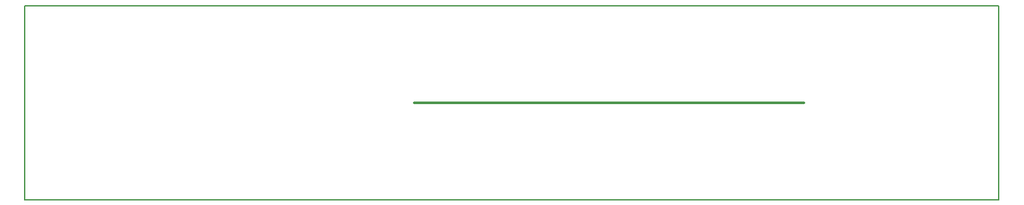
<source format=gtl>
G04 Smart Collar 2.0 - Top Copper Layer*
%FSLAX24Y24*%
%MOIN*%
%ADD10C,0.0060*%
%ADD11C,0.0120*%
D10*
X010000Y010000D02*
X060000Y010000D01*
X060000Y020000D01*
X010000Y020000D01*
X010000Y010000D01*
D11*
X030000Y015000D02*
X050000Y015000D01*
M02*

</source>
